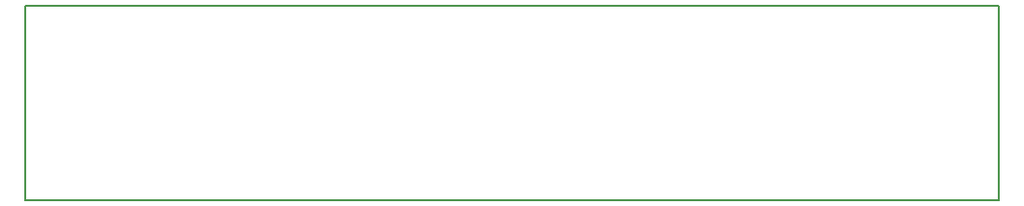
<source format=gbr>
G04 #@! TF.GenerationSoftware,KiCad,Pcbnew,(5.0.0)*
G04 #@! TF.CreationDate,2019-05-10T09:44:01+02:00*
G04 #@! TF.ProjectId,3dsimo_kit,336473696D6F5F6B69742E6B69636164,200A*
G04 #@! TF.SameCoordinates,Original*
G04 #@! TF.FileFunction,Profile,NP*
%FSLAX46Y46*%
G04 Gerber Fmt 4.6, Leading zero omitted, Abs format (unit mm)*
G04 Created by KiCad (PCBNEW (5.0.0)) date 05/10/19 09:44:01*
%MOMM*%
%LPD*%
G01*
G04 APERTURE LIST*
%ADD10C,0.200000*%
G04 APERTURE END LIST*
D10*
X65650000Y-54150000D02*
X65650000Y-71150000D01*
X150650000Y-54150000D02*
X65650000Y-54150000D01*
X150650000Y-71150000D02*
X150650000Y-54150000D01*
X65650000Y-71150000D02*
X150650000Y-71150000D01*
M02*

</source>
